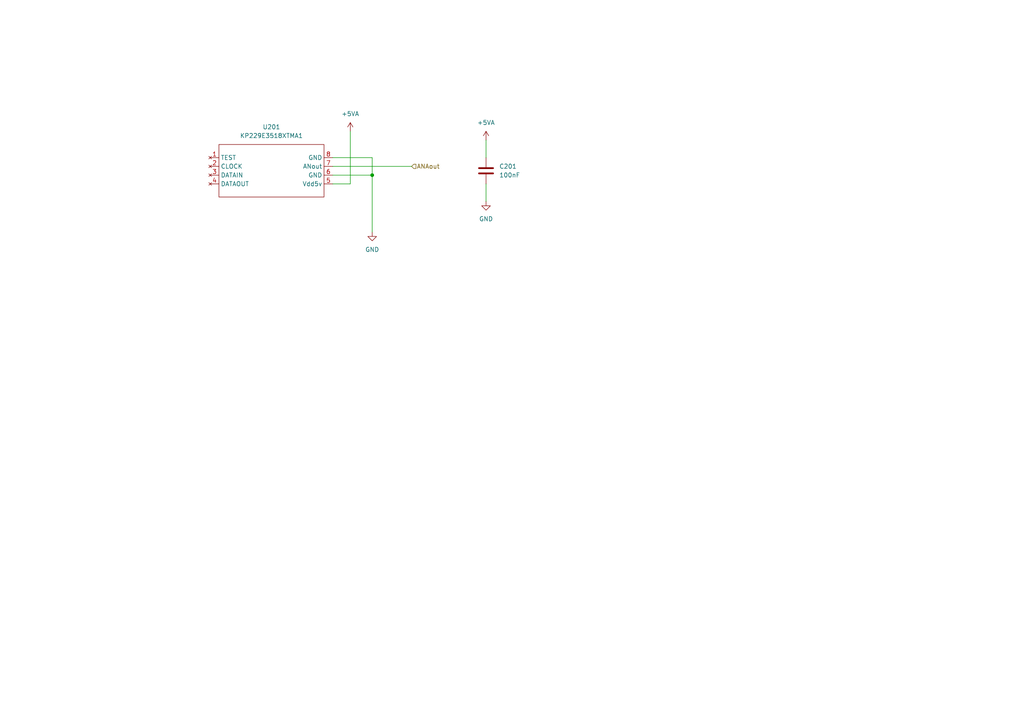
<source format=kicad_sch>
(kicad_sch (version 20230121) (generator eeschema)
  (paper "A4")
  (lib_symbols
    (symbol "Device:C" (pin_numbers hide) (pin_names (offset 0.254))
      (property "Reference" "C" (at 0.635 2.54 0))
      (property "Value" "C" (at 0.635 -2.54 0))
      (symbol "C_0_1"
        (polyline (pts (xy -2.032 -0.762) (xy 2.032 -0.762)) (stroke (width 0.508)))
        (polyline (pts (xy -2.032 0.762) (xy 2.032 0.762)) (stroke (width 0.508)))
      )
      (symbol "C_1_1"
        (pin passive line (at 0 3.81 270) (length 2.794) (name "~") (number "1"))
        (pin passive line (at 0 -3.81 90) (length 2.794) (name "~") (number "2"))
      )
    )
    (symbol "digikey:KP229E3518XTMA1"
      (property "Reference" "U" (at -13.97 8.89 0))
      (property "Value" "KP229E3518XTMA1" (at 0 -8.89 0))
      (symbol "KP229E3518XTMA1_0_1"
        (rectangle (start -15.24 7.62) (end 15.24 -7.62))
      )
      (symbol "KP229E3518XTMA1_1_1"
        (pin no_connect line (at -17.78 3.81 0) (length 2.54) (name "TEST") (number "1"))
        (pin no_connect line (at -17.78 1.27 0) (length 2.54) (name "CLOCK") (number "2"))
        (pin no_connect line (at -17.78 -1.27 0) (length 2.54) (name "DATAIN") (number "3"))
        (pin no_connect line (at -17.78 -3.81 0) (length 2.54) (name "DATAOUT") (number "4"))
        (pin power_in line (at 17.78 -3.81 180) (length 2.54) (name "Vdd5v") (number "5"))
        (pin power_in line (at 17.78 -1.27 180) (length 2.54) (name "GND") (number "6"))
        (pin output line (at 17.78 1.27 180) (length 2.54) (name "ANout") (number "7"))
        (pin power_in line (at 17.78 3.81 180) (length 2.54) (name "GND") (number "8"))
      )
    )
    (symbol "power:+5VA" (power) (pin_names (offset 0))
      (property "Value" "+5VA" (at 0 3.556 0))
      (symbol "+5VA_0_1"
        (polyline (pts (xy -0.762 1.27) (xy 0 2.54)))
        (polyline (pts (xy 0 0) (xy 0 2.54)))
        (polyline (pts (xy 0 2.54) (xy 0.762 1.27)))
      )
      (symbol "+5VA_1_1"
        (pin power_in line (at 0 0 90) (length 0) hide (name "+5VA") (number "1"))
      )
    )
    (symbol "power:GND" (power) (pin_names (offset 0))
      (property "Value" "GND" (at 0 -3.81 0))
      (symbol "GND_0_1"
        (polyline (pts (xy 0 0) (xy 0 -1.27) (xy 1.27 -1.27) (xy 0 -2.54) (xy -1.27 -1.27) (xy 0 -1.27)))
      )
      (symbol "GND_1_1"
        (pin power_in line (at 0 0 270) (length 0) hide (name "GND") (number "1"))
      )
    )
  )
  (junction (at 107.95 50.8))
  (wire (pts (xy 140.97 53.34) (xy 140.97 58.42)))
  (wire (pts (xy 101.6 38.1) (xy 101.6 53.34)))
  (wire (pts (xy 119.38 48.26) (xy 96.52 48.26)))
  (wire (pts (xy 107.95 50.8) (xy 107.95 67.31)))
  (wire (pts (xy 140.97 40.64) (xy 140.97 45.72)))
  (wire (pts (xy 107.95 45.72) (xy 107.95 50.8)))
  (wire (pts (xy 96.52 53.34) (xy 101.6 53.34)))
  (wire (pts (xy 96.52 45.72) (xy 107.95 45.72)))
  (wire (pts (xy 96.52 50.8) (xy 107.95 50.8)))
  (hierarchical_label "ANAout" (shape input) (at 119.38 48.26 0))
  (symbol (lib_id "Device:C") (at 140.97 49.53 0) (unit 1)
    (property "Reference" "C201" (at 144.78 48.2599 0) (effects (justify left)))
    (property "Value" "100nF" (at 144.78 50.7999 0) (effects (justify left)))
    (property "Footprint" "Capacitor_SMD:C_0402_1005Metric" (effects hide))
    (property "LCSC" "C1525" (effects hide))
    (property "Part" "CL05B104KO5NNNC" (effects hide))
  )
  (symbol (lib_id "power:+5VA") (at 140.97 40.64 0) (unit 1)
    (property "Reference" "#PWR0202" (effects hide))
    (property "Value" "+5VA" (at 140.97 35.56 0))
  )
  (symbol (lib_id "power:GND") (at 107.95 67.31 0) (unit 1)
    (property "Reference" "#PWR0204" (effects hide))
    (property "Value" "GND" (at 107.95 72.39 0))
  )
  (symbol (lib_id "digikey:KP229E3518XTMA1") (at 78.74 49.53 0) (unit 1)
    (property "Reference" "U201" (at 78.74 36.83 0))
    (property "Value" "KP229E3518XTMA1" (at 78.74 39.37 0))
    (property "Footprint" "digikey:PG-DSOF-8-16" (effects hide))
    (property "Datasheet" "https://www.digikey.com/en/htmldatasheets/production/801156/0/0/1/kp229e3518.html" (effects hide))
  )
  (symbol (lib_id "power:GND") (at 140.97 58.42 0) (unit 1)
    (property "Reference" "#PWR0203" (effects hide))
    (property "Value" "GND" (at 140.97 63.5 0))
  )
  (symbol (lib_id "power:+5VA") (at 101.6 38.1 0) (unit 1)
    (property "Reference" "#PWR0201" (effects hide))
    (property "Value" "+5VA" (at 101.6 33.02 0))
  )
)
</source>
